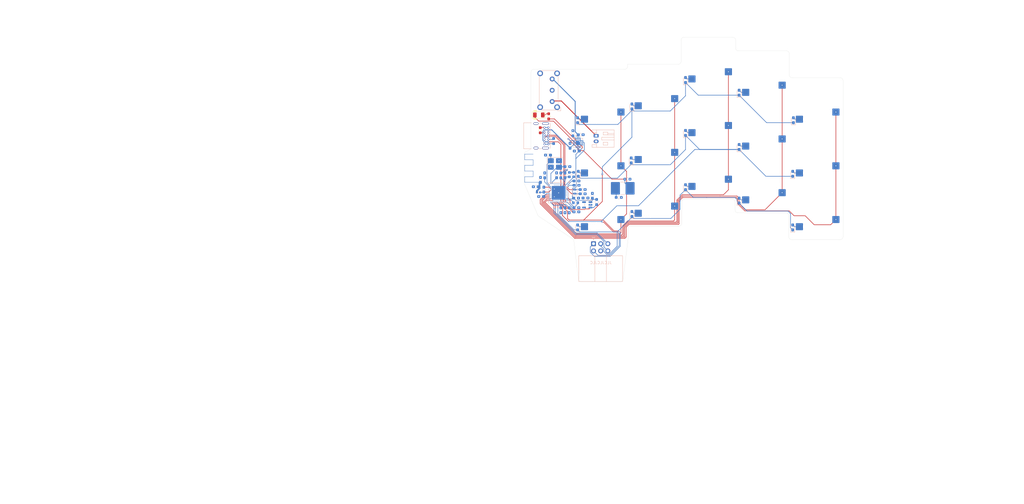
<source format=kicad_pcb>
(kicad_pcb (version 20241229) (generator "pcbnew") (generator_version "9.0")
  (layers (0 "F.Cu" signal) (4 "In1.Cu" signal) (6 "In2.Cu" signal) (2 "B.Cu" signal) (13 "F.Paste" user) (15 "B.Paste" user) (5 "F.SilkS" user "F.Silkscreen") (7 "B.SilkS" user "B.Silkscreen") (1 "F.Mask" user) (3 "B.Mask" user) (25 "Edge.Cuts" user))
  (net 0 "")
  (net 1 "VBUS")
  (net 2 "VBAT")
  (net 3 "VDDH")
  (net 4 "ANT")
  (net 5 "RF")
  (net 6 "VDD_NRF")
  (net 7 "EXT_VCC")
  (net 8 "ROW0")
  (net 9 "ROW1")
  (net 10 "ROW2")
  (net 11 "BAT+")
  (net 12 "D+")
  (net 13 "D-")
  (net 14 "POWER_PIN")
  (net 15 "COL0")
  (net 16 "COL1")
  (net 17 "COL2")
  (net 18 "COL3")
  (net 19 "COL4")
  (net 20 "COL5")
  (net 21 "COL6")
  (net 22 "Net-(U4-XC1)")
  (net 23 "Net-(U4-XC2)")
  (net 24 "Net-(U4-DEC1)")
  (net 25 "Net-(U4-DEC3)")
  (net 26 "Net-(U4-DEC5)")
  (net 27 "Net-(U4-DECUSB)")
  (net 28 "Net-(U4-DEC4)")
  (net 29 "Net-(U4-XL1{slash}P0.00)")
  (net 30 "Net-(U4-XL2{slash}P0.01)")
  (net 31 "Net-(D22-A)")
  (net 32 "Net-(D23-A)")
  (net 33 "Net-(D24-A)")
  (net 34 "Net-(D25-A)")
  (net 35 "Net-(D26-A)")
  (net 36 "Net-(D27-A)")
  (net 37 "Net-(D28-A)")
  (net 38 "Net-(D29-A)")
  (net 39 "Net-(D30-A)")
  (net 40 "Net-(D31-A)")
  (net 41 "Net-(D32-A)")
  (net 42 "Net-(D33-A)")
  (net 43 "Net-(D34-A)")
  (net 44 "Net-(D35-A)")
  (net 45 "Net-(D36-A)")
  (net 51 "Net-(J4-CC2)")
  (net 53 "Net-(J4-CC1)")
  (net 54 "Net-(L5-Pad2)")
  (net 55 "Net-(U4-DCC)")
  (net 56 "Net-(U4-DCCH)")
  (net 57 "Net-(LED2-A)")
  (net 58 "Net-(LED2-K)")
  (net 59 "Net-(R8-Pad2)")
  (net 60 "Net-(U6-ISET)")
  (net 61 "Net-(U6-TS)")
  (net 105 "L_BAT-")
  (footprint "Resistor_SMD:R_0603_1608Metric_Pad0.98x0.95mm_HandSolder" (layer "F.Cu") (at 216.5 79.6625 90)
    (property "Reference" "R14" (hide yes))
    (property "Value" "5.1k" (hide yes))
  )
  (footprint "PCM_LED_SMD_AKL:LED_1206_3216Metric" (layer "F.Cu") (at 216 74.25)
    (property "Reference" "LED2" (hide yes))
    (property "Value" "Charge_LED" (hide yes))
  )
  (footprint "Resistor_SMD:R_0603_1608Metric_Pad0.98x0.95mm_HandSolder" (layer "F.Cu") (at 219.5 74.7375 -90)
    (property "Reference" "R12" (hide yes))
    (property "Value" "10k" (hide yes))
  )
  (footprint "Resistor_SMD:R_0603_1608Metric_Pad0.98x0.95mm_HandSolder" (layer "B.Cu") (at 228.075 80.725 90)
    (property "Reference" "R11" (hide yes))
    (property "Value" "10k" (hide yes))
  )
  (footprint "MX_Hotswap:MX-Hotswap-1U" (layer "B.Cu") (at 295.175 99.255393)
    (property "Reference" "SW29")
    (property "Value" "MX HotSwap")
  )
  (footprint "MX_Hotswap:MX-Hotswap-1U" (layer "B.Cu") (at 257.075 65.917893)
    (property "Reference" "SW33")
    (property "Value" "MX HotSwap")
  )
  (footprint "Crystal:Crystal_SMD_2012-2Pin_2.0x1.2mm" (layer "B.Cu") (at 228.75 101.425 90)
    (property "Reference" "X2" (hide yes))
    (property "Value" "32.768kHz" (hide yes))
  )
  (footprint "Capacitor_SMD:C_0603_1608Metric_Pad1.08x0.95mm_HandSolder" (layer "B.Cu") (at 225.275 108.025 -90)
    (property "Reference" "C27" (hide yes))
    (property "Value" "100nF" (hide yes))
  )
  (footprint "Capacitor_SMD:C_0603_1608Metric_Pad1.08x0.95mm_HandSolder" (layer "B.Cu") (at 231.5375 102.2 180)
    (property "Reference" "C42" (hide yes))
    (property "Value" "12pF" (hide yes))
  )
  (footprint "Capacitor_SMD:C_0603_1608Metric_Pad1.08x0.95mm_HandSolder" (layer "B.Cu") (at 225.275 95.675 90)
    (property "Reference" "C40" (hide yes))
    (property "Value" "47nF" (hide yes))
  )
  (footprint "Diode_SMD:D_0603_1608Metric_Pad1.05x0.95mm_HandSolder" (layer "B.Cu") (at 306 114.117893 90)
    (property "Reference" "D24" (hide yes))
    (property "Value" "D" (hide yes))
  )
  (footprint "MX_Hotswap:MX-Hotswap-1U" (layer "B.Cu") (at 295.175 80.205393)
    (property "Reference" "SW28")
    (property "Value" "MX HotSwap")
  )
  (footprint "MX_Hotswap:MX-Hotswap-1U" (layer "B.Cu") (at 295.175 61.155393)
    (property "Reference" "SW27")
    (property "Value" "MX HotSwap")
  )
  (footprint "Connector_USB:USB_C_Receptacle_GCT_USB4085" (layer "B.Cu") (at 219.355 84.625 90)
    (property "Reference" "J4" (hide yes))
    (property "Value" "USB_C_Receptacle_USB2.0_16P" (hide yes))
  )
  (footprint "Capacitor_SMD:C_0603_1608Metric_Pad1.08x0.95mm_HandSolder" (layer "B.Cu") (at 216.8375 103.175)
    (property "Reference" "C35" (hide yes))
    (property "Value" "820pF" (hide yes))
  )
  (footprint "Capacitor_SMD:C_0603_1608Metric_Pad1.08x0.95mm_HandSolder" (layer "B.Cu") (at 223.8 95.6875 90)
    (property "Reference" "C39" (hide yes))
    (property "Value" "1uF" (hide yes))
  )
  (footprint "MX_Hotswap:MX-Hotswap-1U" (layer "B.Cu") (at 314.225 108.780393)
    (property "Reference" "SW26")
    (property "Value" "MX HotSwap")
  )
  (footprint "Diode_SMD:D_0603_1608Metric_Pad1.05x0.95mm_HandSolder" (layer "B.Cu") (at 268 99.867893 90)
    (property "Reference" "D30" (hide yes))
    (property "Value" "D" (hide yes))
  )
  (footprint "Diode_SMD:D_0603_1608Metric_Pad1.05x0.95mm_HandSolder" (layer "B.Cu") (at 229.75 76.117893 90)
    (property "Reference" "D34" (hide yes))
    (property "Value" "D" (hide yes))
  )
  (footprint "Capacitor_SMD:C_0603_1608Metric_Pad1.08x0.95mm_HandSolder" (layer "B.Cu") (at 222.3 95.65 90)
    (property "Reference" "C28" (hide yes))
    (property "Value" "100nF" (hide yes))
  )
  (footprint "Diode_SMD:D_0603_1608Metric_Pad1.05x0.95mm_HandSolder" (layer "B.Cu") (at 249 71.242893 90)
    (property "Reference" "D31" (hide yes))
    (property "Value" "D" (hide yes))
  )
  (footprint "MX_Hotswap:MX-Hotswap-1U" (layer "B.Cu") (at 238.025 89.730393)
    (property "Reference" "SW37")
    (property "Value" "MX HotSwap")
  )
  (footprint "Connector_JST:JST_PH_S2B-PH-K_1x02_P2.00mm_Horizontal" (layer "B.Cu") (at 236.325 81.625 -90)
    (property "Reference" "J3" (hide yes))
    (property "Value" "Bat" (hide yes))
  )
  (footprint "Diode_SMD:D_0603_1608Metric_Pad1.05x0.95mm_HandSolder" (layer "B.Cu") (at 268 61.867893 90)
    (property "Reference" "D28" (hide yes))
    (property "Value" "D" (hide yes))
  )
  (footprint "Diode_SMD:D_0603_1608Metric_Pad1.05x0.95mm_HandSolder" (layer "B.Cu") (at 248.75 90.367893 90)
    (property "Reference" "D32" (hide yes))
    (property "Value" "D" (hide yes))
  )
  (footprint "Package_DFN_QFN:VQFN-16-1EP_3x3mm_P0.5mm_EP1.6x1.6mm" (layer "B.Cu") (at 229.95 84.125 -90)
    (property "Reference" "U6" (hide yes))
    (property "Value" "BQ24075RGT" (hide yes))
  )
  (footprint "Capacitor_SMD:C_0603_1608Metric_Pad1.08x0.95mm_HandSolder" (layer "B.Cu") (at 234.9875 102.925 90)
    (property "Reference" "C43" (hide yes))
    (property "Value" "10uF" (hide yes))
  )
  (footprint "MX_Hotswap:MX-Hotswap-1U" (layer "B.Cu") (at 276.125 56.392893)
    (property "Reference" "SW30")
    (property "Value" "MX HotSwap")
  )
  (footprint "Inductor_SMD:L_0603_1608Metric" (layer "B.Cu") (at 228.36 95.3875 -90)
    (property "Reference" "L6" (hide yes))
    (property "Value" "10uH" (hide yes))
  )
  (footprint "Resistor_SMD:R_0603_1608Metric_Pad0.98x0.95mm_HandSolder" (layer "B.Cu") (at 244.3375 103.49 180)
    (property "Reference" "R8" (hide yes))
    (property "Value" "2k" (hide yes))
  )
  (footprint "Crystal:Crystal_SMD_3225-4Pin_3.2x2.5mm_HandSoldering" (layer "B.Cu") (at 221.7 91.625)
    (property "Reference" "Y2" (hide yes))
    (property "Value" "32Mhz" (hide yes))
  )
  (footprint "Diode_SMD:D_0603_1608Metric_Pad1.05x0.95mm_HandSolder" (layer "B.Cu") (at 287 66.367893 90)
    (property "Reference" "D25" (hide yes))
    (property "Value" "D" (hide yes))
  )
  (footprint "Button_Switch_THT:SW_E-Switch_EG1224_SPDT_Angled" (layer "B.Cu") (at 220.7325 69.5 90)
    (property "Reference" "SW23" (hide yes))
    (property "Value" "Power_Switch" (hide yes))
  )
  (footprint "Inductor_SMD:L_0603_1608Metric" (layer "B.Cu") (at 226.825 95.4125 90)
    (property "Reference" "L5" (hide yes))
    (property "Value" "15nH" (hide yes))
  )
  (footprint "MX_Hotswap:MX-Hotswap-1U" (layer "B.Cu") (at 257.075 104.017893)
    (property "Reference" "SW35")
    (property "Value" "MX HotSwap")
  )
  (footprint "Capacitor_SMD:C_0603_1608Metric_Pad1.08x0.95mm_HandSolder" (layer "B.Cu") (at 229.4625 87.0375)
    (property "Reference" "C46" (hide yes))
    (property "Value" "4.7uF" (hide yes))
  )
  (footprint "Capacitor_SMD:C_0603_1608Metric_Pad1.08x0.95mm_HandSolder" (layer "B.Cu") (at 226.775 108.0375 -90)
    (property "Reference" "C26" (hide yes))
    (property "Value" "1uf" (hide yes))
  )
  (footprint "Resistor_SMD:R_2816_7142Metric_Pad3.20x4.45mm_HandSolder" (layer "B.Cu") (at 245.75 100.25 180)
    (property "Reference" "TP2" (hide yes))
    (property "Value" "Charge Boost" (hide yes))
  )
  (footprint "MX_Hotswap:MX-Hotswap-1U" (layer "B.Cu") (at 257.075 84.967893)
    (property "Reference" "SW34")
    (property "Value" "MX HotSwap")
  )
  (footprint "Diode_SMD:D_0603_1608Metric_Pad1.05x0.95mm_HandSolder" (layer "B.Cu") (at 306 95.117893 90)
    (property "Reference" "D23" (hide yes))
    (property "Value" "D" (hide yes))
  )
  (footprint "Capacitor_SMD:C_0603_1608Metric_Pad1.08x0.95mm_HandSolder" (layer "B.Cu") (at 217.8 100.7125 90)
    (property "Reference" "C48" (hide yes))
    (property "Value" "0.8pF" (hide yes))
  )
  (footprint "MX_Hotswap:MX-Hotswap-1U" (layer "B.Cu") (at 314.225 70.680393)
    (property "Reference" "SW24")
    (property "Value" "MX HotSwap")
  )
  (footprint "Capacitor_SMD:C_0603_1608Metric_Pad1.08x0.95mm_HandSolder" (layer "B.Cu") (at 230.8375 81.2625)
    (property "Reference" "C47" (hide yes))
    (property "Value" "4.7uF" (hide yes))
  )
  (footprint "Package_TO_SOT_SMD:SOT-23-5" (layer "B.Cu") (at 233.175 106.1125 180)
    (property "Reference" "U5" (hide yes))
    (property "Value" "XC6220B331MR" (hide yes))
  )
  (footprint "Resistor_SMD:R_0603_1608Metric_Pad0.98x0.95mm_HandSolder" (layer "B.Cu") (at 236.5 105.1125 -90)
    (property "Reference" "R10" (hide yes))
    (property "Value" "10M" (hide yes))
  )
  (footprint "Diode_SMD:D_0603_1608Metric_Pad1.05x0.95mm_HandSolder" (layer "B.Cu") (at 287 104.617893 90)
    (property "Reference" "D27" (hide yes))
    (property "Value" "D" (hide yes))
  )
  (footprint "Inductor_SMD:L_0402_1005Metric_Pad0.77x0.64mm_HandSolder" (layer "B.Cu") (at 215.9025 101.7 180)
    (property "Reference" "L8" (hide yes))
    (property "Value" "4.7nH" (hide yes))
  )
  (footprint "Capacitor_SMD:C_0603_1608Metric_Pad1.08x0.95mm_HandSolder" (layer "B.Cu") (at 218.1 95.6625 -90)
    (property "Reference" "C34" (hide yes))
    (property "Value" "100pF" (hide yes))
  )
  (footprint "Capacitor_SMD:C_0603_1608Metric_Pad1.08x0.95mm_HandSolder" (layer "B.Cu") (at 229.3125 108.6)
    (property "Reference" "C38" (hide yes))
    (property "Value" "4.7uF" (hide yes))
  )
  (footprint "Capacitor_SMD:C_0603_1608Metric_Pad1.08x0.95mm_HandSolder" (layer "B.Cu") (at 226.1125 92.575)
    (property "Reference" "C32" (hide yes))
    (property "Value" "12pF" (hide yes))
  )
  (footprint "Capacitor_SMD:C_0603_1608Metric_Pad1.08x0.95mm_HandSolder" (layer "B.Cu") (at 227.075 85.15 -90)
    (property "Reference" "C44" (hide yes))
    (property "Value" "1uF" (hide yes))
  )
  (footprint "MX_Hotswap:MX-Hotswap-1U" (layer "B.Cu") (at 276.125 75.442893)
    (property "Reference" "SW31")
    (property "Value" "MX HotSwap")
  )
  (footprint "Diode_SMD:D_0603_1608Metric_Pad1.05x0.95mm_HandSolder" (layer "B.Cu") (at 249 109.367893 90)
    (property "Reference" "D33" (hide yes))
    (property "Value" "D" (hide yes))
  )
  (footprint "Capacitor_SMD:C_0603_1608Metric_Pad1.08x0.95mm_HandSolder" (layer "B.Cu") (at 229.2125 103.725 180)
    (property "Reference" "C37" (hide yes))
    (property "Value" "4.7uF" (hide yes))
  )
  (footprint "Diode_SMD:D_0603_1608Metric_Pad1.05x0.95mm_HandSolder" (layer "B.Cu") (at 287 85.617893 90)
    (property "Reference" "D26" (hide yes))
    (property "Value" "D" (hide yes))
  )
  (footprint "MX_Hotswap:MX-Hotswap-1U" (layer "B.Cu") (at 238.025 70.680393)
    (property "Reference" "SW36")
    (property "Value" "MX HotSwap")
  )
  (footprint "MX_Hotswap:MX-Hotswap-1U" (layer "B.Cu") (at 314.225 89.730393)
    (property "Reference" "SW25")
    (property "Value" "MX HotSwap")
  )
  (footprint "Diode_SMD:D_0603_1608Metric_Pad1.05x0.95mm_HandSolder" (layer "B.Cu") (at 268 80.617893 90)
    (property "Reference" "D29" (hide yes))
    (property "Value" "D" (hide yes))
  )
  (footprint "Resistor_SMD:R_0603_1608Metric_Pad0.98x0.95mm_HandSolder" (layer "B.Cu") (at 247.4125 97)
    (property "Reference" "R9" (hide yes))
    (property "Value" "10k" (hide yes))
  )
  (footprint "Inductor_SMD:L_0603_1608Metric" (layer "B.Cu") (at 229.0375 105.375)
    (property "Reference" "L7" (hide yes))
    (property "Value" "10uH" (hide yes))
  )
  (footprint "Connector_IDC:IDC-Header_2x03_P2.54mm_Horizontal" (layer "B.Cu") (at 235.395 119.9 -90)
    (property "Reference" "J6" (hide yes))
    (property "Value" "MAIN_CONN" (hide yes))
  )
  (footprint "Capacitor_SMD:C_0603_1608Metric_Pad1.08x0.95mm_HandSolder" (layer "B.Cu") (at 229.3625 99.175 180)
    (property "Reference" "C33" (hide yes))
    (property "Value" "100pF" (hide yes))
  )
  (footprint "Capacitor_SMD:C_0603_1608Metric_Pad1.08x0.95mm_HandSolder" (layer "B.Cu") (at 216.6 97.2625 90)
    (property "Reference" "C50" (hide yes))
    (property "Value" "N.C." (hide yes))
  )
  (footprint "MX_Hotswap:MX-Hotswap-1U" (layer "B.Cu") (at 238.025 108.780393)
    (property "Reference" "SW38")
    (property "Value" "MX HotSwap")
  )
  (footprint "Diode_SMD:D_0603_1608Metric_Pad1.05x0.95mm_HandSolder" (layer "B.Cu") (at 230 95.117893 90)
    (property "Reference" "D35" (hide yes))
    (property "Value" "D" (hide yes))
  )
  (footprint "Package_DFN_QFN:Nordic_AQFN-73-1EP_7x7mm_P0.5mm" (layer "B.Cu") (at 223.025 101.85 180)
    (property "Reference" "U4" (hide yes))
    (property "Value" "nRF52840" (hide yes))
  )
  (footprint "MX_Hotswap:MX-Hotswap-1U" (layer "B.Cu") (at 276.125 94.492893)
    (property "Reference" "SW32")
    (property "Value" "MX HotSwap")
  )
  (footprint "Diode_SMD:D_0603_1608Metric_Pad1.05x0.95mm_HandSolder" (layer "B.Cu") (at 229.75 114.117893 90)
    (property "Reference" "D36" (hide yes))
    (property "Value" "D" (hide yes))
  )
  (footprint "Capacitor_SMD:C_0603_1608Metric_Pad1.08x0.95mm_HandSolder" (layer "B.Cu") (at 232.5375 103.6875)
    (property "Reference" "C45" (hide yes))
    (property "Value" "4.7uF" (hide yes))
  )
  (footprint "Capacitor_SMD:C_0603_1608Metric_Pad1.08x0.95mm_HandSolder" (layer "B.Cu") (at 229.3125 107.125)
    (property "Reference" "C30" (hide yes))
    (property "Value" "4.7uF" (hide yes))
  )
  (footprint "Capacitor_SMD:C_0603_1608Metric_Pad1.08x0.95mm_HandSolder" (layer "B.Cu") (at 231.5375 100.7 180)
    (property "Reference" "C41" (hide yes))
    (property "Value" "12pF" (hide yes))
  )
  (footprint "Capacitor_SMD:C_0603_1608Metric_Pad1.08x0.95mm_HandSolder" (layer "B.Cu") (at 223.775 108.0375 90)
    (property "Reference" "C36" (hide yes))
    (property "Value" "4.7uF" (hide yes))
  )
  (footprint "Diode_SMD:D_0603_1608Metric_Pad1.05x0.95mm_HandSolder" (layer "B.Cu") (at 306.25 76.117893 90)
    (property "Reference" "D22" (hide yes))
    (property "Value" "D" (hide yes))
  )
  (footprint "Capacitor_SMD:C_0603_1608Metric_Pad1.08x0.95mm_HandSolder" (layer "B.Cu") (at 214.9375 99.7 180)
    (property "Reference" "C49" (hide yes))
    (property "Value" "0.5pF" (hide yes))
  )
  (footprint "Capacitor_SMD:C_0603_1608Metric_Pad1.08x0.95mm_HandSolder" (layer "B.Cu") (at 229.3375 97.65)
    (property "Reference" "C29" (hide yes))
    (property "Value" "100nF" (hide yes))
  )
  (footprint "Capacitor_SMD:C_0603_1608Metric_Pad1.08x0.95mm_HandSolder" (layer "B.Cu") (at 219.2625 88.475 180)
    (property "Reference" "C31" (hide yes))
    (property "Value" "12pF" (hide yes))
  )
  (footprint "Resistor_SMD:R_0603_1608Metric_Pad0.98x0.95mm_HandSolder" (layer "B.Cu") (at 221.25 83.5 -90)
    (property "Reference" "R13" (hide yes))
    (property "Value" "5.1k" (hide yes))
  )
  (gr_line (start 227.989547 118.161433) (end 215.998847 110.183462) (stroke (width 0.05)) (layer "Edge.Cuts"))
  (gr_line (start 323.85 62.067893) (end 323.85 117.417893) (stroke (width 0.05)) (layer "Edge.Cuts"))
  (gr_line (start 244.867584 133.367893) (end 231.014771 133.367893) (stroke (width 0.05)) (layer "Edge.Cuts"))
  (gr_arc (start 305.8 61.067893) (mid 305.092893 60.775) (end 304.8 60.067893) (stroke (width 0.05)) (layer "Edge.Cuts"))
  (gr_line (start 247.617227 118.479872) (end 245.859811 132.492336) (stroke (width 0.05)) (layer "Edge.Cuts"))
  (gr_line (start 247.45 57.067893) (end 247.45 56.292893) (stroke (width 0.05)) (layer "Edge.Cuts"))
  (gr_arc (start 247.625 118.355429) (mid 247.623057 118.417772) (end 247.617227 118.479872) (stroke (width 0.05)) (layer "Edge.Cuts"))
  (gr_arc (start 266.675 105.117893) (mid 266.967893 104.410786) (end 267.675 104.117893) (stroke (width 0.05)) (layer "Edge.Cuts"))
  (gr_line (start 230.021553 132.484156) (end 228.428827 118.877728) (stroke (width 0.05)) (layer "Edge.Cuts"))
  (gr_arc (start 266.675 112.642893) (mid 266.382107 113.35) (end 265.675 113.642893) (stroke (width 0.05)) (layer "Edge.Cuts"))
  (gr_arc (start 210.775 88.230323) (mid 210.922237 87.708066) (end 211.32053 87.339561) (stroke (width 0.05)) (layer "Edge.Cuts"))
  (gr_arc (start 284.775 46.717893) (mid 285.482107 47.010786) (end 285.775 47.717893) (stroke (width 0.05)) (layer "Edge.Cuts"))
  (gr_line (start 284.55 104.117893) (end 267.675 104.117893) (stroke (width 0.05)) (layer "Edge.Cuts"))
  (gr_arc (start 227.989547 118.161433) (mid 228.28807 118.471204) (end 228.428827 118.877728) (stroke (width 0.05)) (layer "Edge.Cuts"))
  (gr_arc (start 247.45 57.067893) (mid 247.157107 57.775) (end 246.45 58.067893) (stroke (width 0.05)) (layer "Edge.Cuts"))
  (gr_line (start 215.632828 109.742921) (end 210.855042 98.53073) (stroke (width 0.05)) (layer "Edge.Cuts"))
  (gr_arc (start 245.859811 132.492336) (mid 245.529231 133.117702) (end 244.867584 133.367893) (stroke (width 0.05)) (layer "Edge.Cuts"))
  (gr_line (start 286.775 51.542893) (end 303.8 51.542893) (stroke (width 0.05)) (layer "Edge.Cuts"))
  (gr_arc (start 213.225 59.067893) (mid 213.517893 58.360786) (end 214.225 58.067893) (stroke (width 0.05)) (layer "Edge.Cuts"))
  (gr_arc (start 305.6 118.417893) (mid 304.892893 118.125) (end 304.6 117.417893) (stroke (width 0.05)) (layer "Edge.Cuts"))
  (gr_line (start 213.225 85.755462) (end 213.225 77.067893) (stroke (width 0.05)) (layer "Edge.Cuts"))
  (gr_arc (start 213.225 85.755462) (mid 213.077793 86.277743) (end 212.67947 86.646224) (stroke (width 0.05)) (layer "Edge.Cuts"))
  (gr_line (start 211.32053 87.339561) (end 212.67947 86.646224) (stroke (width 0.05)) (layer "Edge.Cuts"))
  (gr_arc (start 266.425 55.292893) (mid 266.132107 56) (end 265.425 56.292893) (stroke (width 0.05)) (layer "Edge.Cuts"))
  (gr_line (start 267.425 46.717893) (end 284.775 46.717893) (stroke (width 0.05)) (layer "Edge.Cuts"))
  (gr_line (start 266.425 55.292893) (end 266.425 47.717893) (stroke (width 0.05)) (layer "Edge.Cuts"))
  (gr_line (start 304.8 52.542893) (end 304.8 60.067893) (stroke (width 0.05)) (layer "Edge.Cuts"))
  (gr_arc (start 323.85 117.417893) (mid 323.557107 118.125) (end 322.85 118.417893) (stroke (width 0.05)) (layer "Edge.Cuts"))
  (gr_arc (start 303.6 108.917893) (mid 304.307107 109.210786) (end 304.6 109.917893) (stroke (width 0.05)) (layer "Edge.Cuts"))
  (gr_line (start 210.775 98.138713) (end 210.775 88.230323) (stroke (width 0.05)) (layer "Edge.Cuts"))
  (gr_arc (start 231.014771 133.367893) (mid 230.349998 133.115001) (end 230.021553 132.484156) (stroke (width 0.05)) (layer "Edge.Cuts"))
  (gr_arc (start 215.998847 110.183462) (mid 215.783623 109.989956) (end 215.632828 109.742921) (stroke (width 0.05)) (layer "Edge.Cuts"))
  (gr_line (start 303.6 108.917893) (end 286.55 108.917893) (stroke (width 0.05)) (layer "Edge.Cuts"))
  (gr_line (start 247.625 114.642893) (end 247.625 118.355429) (stroke (width 0.05)) (layer "Edge.Cuts"))
  (gr_line (start 304.6 117.417893) (end 304.6 109.917893) (stroke (width 0.05)) (layer "Edge.Cuts"))
  (gr_arc (start 322.85 61.067893) (mid 323.557107 61.360786) (end 323.85 62.067893) (stroke (width 0.05)) (layer "Edge.Cuts"))
  (gr_line (start 214.225 58.067893) (end 246.45 58.067893) (stroke (width 0.05)) (layer "Edge.Cuts"))
  (gr_line (start 285.55 107.917893) (end 285.55 105.117893) (stroke (width 0.05)) (layer "Edge.Cuts"))
  (gr_arc (start 210.855042 98.53073) (mid 210.795223 98.338764) (end 210.775 98.138713) (stroke (width 0.05)) (layer "Edge.Cuts"))
  (gr_arc (start 266.425 47.717893) (mid 266.717893 47.010786) (end 267.425 46.717893) (stroke (width 0.05)) (layer "Edge.Cuts"))
  (gr_line (start 265.675 113.642893) (end 248.625 113.642893) (stroke (width 0.05)) (layer "Edge.Cuts"))
  (gr_line (start 213.225 77.067893) (end 213.225 59.067893) (stroke (width 0.05)) (layer "Edge.Cuts"))
  (gr_line (start 285.775 47.717893) (end 285.775 50.542893) (stroke (width 0.05)) (layer "Edge.Cuts"))
  (gr_line (start 305.8 61.067893) (end 322.85 61.067893) (stroke (width 0.05)) (layer "Edge.Cuts"))
  (gr_line (start 247.45 56.292893) (end 265.425 56.292893) (stroke (width 0.05)) (layer "Edge.Cuts"))
  (gr_arc (start 247.625 114.642893) (mid 247.917893 113.935786) (end 248.625 113.642893) (stroke (width 0.05)) (layer "Edge.Cuts"))
  (gr_arc (start 303.8 51.542893) (mid 304.507107 51.835786) (end 304.8 52.542893) (stroke (width 0.05)) (layer "Edge.Cuts"))
  (gr_arc (start 286.775 51.542893) (mid 286.067893 51.25) (end 285.775 50.542893) (stroke (width 0.05)) (layer "Edge.Cuts"))
  (gr_line (start 322.85 118.417893) (end 305.6 118.417893) (stroke (width 0.05)) (layer "Edge.Cuts"))
  (gr_arc (start 286.55 108.917893) (mid 285.842893 108.625) (end 285.55 107.917893) (stroke (width 0.05)) (layer "Edge.Cuts"))
  (gr_arc (start 284.55 104.117893) (mid 285.257107 104.410786) (end 285.55 105.117893) (stroke (width 0.05)) (layer "Edge.Cuts"))
  (gr_line (start 266.675 105.117893) (end 266.675 112.642893) (stroke (width 0.05)) (layer "Edge.Cuts"))
  (gr_text "JLCJLCJLC" (at 241.9 127.2 0) (layer "B.SilkS") (effects (font (size 1 1) (thickness 0.1)) (justify left bottom mirror)))
  (segment (start 223.82 105.5108) (end 225.178 106.8688) (width 0.2) (layer "F.Cu") (net 1))
  (segment (start 219.355 83.775) (end 222.9 83.775) (width 0.2) (layer "F.Cu") (net 1))
  (segment (start 225.7406 107.4635) (end 226.7135 107.4635) (width 0.2) (layer "F.Cu") (net 1))
  (segment (start 223.82 84.695) (end 223.82 105.5108) (width 0.2) (layer "F.Cu") (net 1))
  (segment (start 225.178 106.9009) (end 225.7406 107.4635) (width 0.2) (layer "F.Cu") (net 1))
  (segment (start 225.178 106.8688) (end 225.178 106.9009) (width 0.2) (layer "F.Cu") (net 1))
  (segment (start 226.7135 107.4635) (end 227.85 108.6) (width 0.2) (layer "F.Cu") (net 1))
  (segment (start 227.85 108.6) (end 228.45 108.6) (width 0.2) (layer "F.Cu") (net 1))
  (segment (start 222.9 83.775) (end 223.82 84.695) (width 0.2) (layer "F.Cu") (net 1))
  (via (at 228.45 108.6) (size 0.6) (drill 0.3) (layers "F.Cu" "B.Cu") (net 1))
  (segment (start 220.5875 79.525) (end 227.075 86.0125) (width 0.3) (layer "B.Cu") (net 1))
  (segment (start 217.354 83.194654) (end 217.354 80.105346) (width 0.2) (layer "B.Cu") (net 1))
  (segment (start 217.934346 83.775) (end 217.354 83.194654) (width 0.2) (layer "B.Cu") (net 1))
  (segment (start 228.2125 84.875) (end 227.075 86.0125) (width 0.2) (layer "B.Cu") (net 1))
  (segment (start 226.005634 105.1) (end 227.6 106.694366) (width 0.2) (layer "B.Cu") (net 1))
  (segment (start 225.775 105.1) (end 226.005634 105.1) (width 0.2) (layer "B.Cu") (net 1))
  (segment (start 218.005 83.775) (end 217.934346 83.775) (width 0.2) (layer "B.Cu") (net 1))
  (segment (start 217.354 80.105346) (end 217.934346 79.525) (width 0.2) (layer "B.Cu") (net 1))
  (segment (start 227.6 107.75) (end 228.45 108.6) (width 0.2) (layer "B.Cu") (net 1))
  (segment (start 217.934346 79.525) (end 218.005 79.525) (width 0.2) (layer "B.Cu") (net 1))
  (segment (start 227.6 106.694366) (end 227.6 107.75) (width 0.2) (layer "B.Cu") (net 1))
  (segment (start 219.355 79.525) (end 218.005 79.525) (width 0.3) (layer "B.Cu") (net 1))
  (segment (start 228.5125 84.875) (end 228.2125 84.875) (width 0.2) (layer "B.Cu") (net 1))
  (segment (start 219.355 79.525) (end 220.5875 79.525) (width 0.3) (layer "B.Cu") (net 1))
  (segment (start 219.355 83.775) (end 218.005 83.775) (width 0.3) (layer "B.Cu") (net 1))
  (segment (start 228.901 80.1885) (end 229.975 81.2625) (width 0.3) (layer "B.Cu") (net 2))
  (segment (start 230.2 82.6875) (end 230.2 81.4875) (width 0.2) (layer "B.Cu") (net 2))
  (segment (start 220.95 61.5) (end 228.901 69.451) (width 0.3) (layer "B.Cu") (net 2))
  (segment (start 230.2 81.4875) (end 229.975 81.2625) (width 0.2) (layer "B.Cu") (net 2))
  (segment (start 229.7 82.6875) (end 229.7 81.5375) (width 0.2) (layer "B.Cu") (net 2))
  (segment (start 229.7 81.5375) (end 229.975 81.2625) (width 0.2) (layer "B.Cu") (net 2))
  (segment (start 220.7325 61.5) (end 220.95 61.5) (width 0.3) (layer "B.Cu") (net 2))
  (segment (start 228.901 69.451) (end 228.901 80.1885) (width 0.3) (layer "B.Cu") (net 2))
  (segment (start 231.45 85.56) (end 221.54 75.65) (width 0.2) (layer "F.Cu") (net 3))
  (segment (start 221.54 75.65) (end 219.5 75.65) (width 0.2) (layer "F.Cu") (net 3))
  (segment (start 231.16 86.2) (end 231.45 85.91) (width 0.2) (layer "F.Cu") (net 3))
  (segment (start 231.45 85.91) (end 231.45 85.56) (width 0.2) (layer "F.Cu") (net 3))
  (via (at 231.16 86.2) (size 0.25) (drill 0.15) (layers "F.Cu" "B.Cu") (net 3))
  (segment (start 234.9875 103.7875) (end 234.9875 104.4875) (width 0.2) (layer "B.Cu") (net 3))
  (segment (start 227.899 100.384032) (end 227.899 103.274) (width 0.2) (layer "B.Cu") (net 3))
  (segment (start 229.7 86.4125) (end 230.325 87.0375) (width 0.2) (layer "B.Cu") (net 3))
  (segment (start 231.840798 83.875) (end 232.126 84.160202) (width 0.2) (layer "B.Cu") (net 3))
  (segment (start 228.049 104.026) (end 226.053455 104.026) (width 0.2) (layer "B.Cu") (net 3))
  (segment (start 226.053455 104.026) (end 225.877455 103.85) (width 0.2) (layer "B.Cu") (net 3))
  (segment (start 235.4 104.2) (end 234.9875 103.7875) (width 0.2) (layer "B.Cu") (net 3))
  (segment (start 230.9125 86.45) (end 230.325 87.0375) (width 0.2) (layer "B.Cu") (net 3))
  (segment (start 229.136 96.6151) (end 229.3385 96.8176) (width 0.2) (layer "B.Cu") (net 3))
  (segment (start 227.899 103.274) (end 228.35 103.725) (width 0.2) (layer "B.Cu") (net 3))
  (segment (start 229.1865 104.5615) (end 234.2135 104.5615) (width 0.2) (layer "B.Cu") (net 3))
  (segment (start 234.2135 104.5615) (end 234.9875 103.7875) (width 0.2) (layer "B.Cu") (net 3))
  (segment (start 228.159032 100.124) (end 227.899 100.384032) (width 0.2) (layer "B.Cu") (net 3))
  (segment (start 229.3385 99.642134) (end 228.856634 100.124) (width 0.2) (layer "B.Cu") (net 3))
  (segment (start 230.2 86.9125) (end 230.325 87.0375) (width 0.2) (layer "B.Cu") (net 3))
  (segment (start 231.16 86.2) (end 230.9125 86.4475) (width 0.2) (layer "B.Cu") (net 3))
  (segment (start 236.5 104.2) (end 235.4 104.2) (width 0.2) (layer "B.Cu") (net 3))
  (segment (start 229.3385 96.8176) (end 229.3385 99.642134) (width 0.2) (layer "B.Cu") (net 3))
  (segment (start 228.35 103.725) (end 229.1865 104.5615) (width 0.2) (layer "B.Cu") (net 3))
  (segment (start 228.35 103.725) (end 228.049 104.026) (width 0.2) (layer "B.Cu") (net 3))
  (segment (start 229.136 89.725) (end 229.136 96.6151) (width 0.2) (layer "B.Cu") (net 3))
  (segment (start 232.126 84.160202) (end 232.126 86.735) (width 0.2) (layer "B.Cu") (net 3))
  (segment (start 229.136 88.2265) (end 229.136 89.725) (width 0.2) (layer "B.Cu") (net 3))
  (segment (start 229.7 85.5625) (end 229.7 86.4125) (width 0.2) (layer "B.Cu") (net 3))
  (segment (start 231.3875 83.875) (end 231.840798 83.875) (width 0.2) (layer "B.Cu") (net 3))
  (segment (start 230.325 87.0375) (end 229.136 88.2265) (width 0.2) (layer "B.Cu") (net 3))
  (segment (start 225.877455 103.85) (end 225.775 103.85) (width 0.2) (layer "B.Cu") (net 3))
  (segment (start 230.9125 86.4475) (end 230.9125 86.45) (width 0.2) (layer "B.Cu") (net 3))
  (segment (start 234.9875 104.4875) (end 234.3125 105.1625) (width 0.2) (layer "B.Cu") (net 3))
  (segment (start 228.856634 100.124) (end 228.159032 100.124) (width 0.2) (layer "B.Cu") (net 3))
  (segment (start 230.2 85.5625) (end 230.2 86.9125) (width 0.2) (layer "B.Cu") (net 3))
  (segment (start 232.126 86.735) (end 229.136 89.725) (width 0.2) (layer "B.Cu") (net 3))
  (segment (start 220.275 100.85) (end 219.55 101.575) (width 0.2) (layer "F.Cu") (net 4))
  (segment (start 219.55 101.575) (end 217.8 101.575) (width 0.2) (layer "F.Cu") (net 4))
  (via (at 220.275 100.85) (size 0.25) (drill 0.15) (layers "F.Cu" "B.Cu") (net 4))
  (via (at 217.8 101.575) (size 0.25) (drill 0.15) (layers "F.Cu" "B.Cu") (net 4))
  (segment (start 216.475 101.7) (end 217.675 101.7) (width 0.2) (layer "B.Cu") (net 4))
  (segment (start 217.675 101.7) (end 217.8 101.575) (width 0.2) (layer "B.Cu") (net 4))
  (segment (start 210.975 88.125) (end 210.975 90.125) (width 0.12) (layer "B.Cu") (net 5))
  (segment (start 210.975 98.125) (end 216.247347 98.125) (width 0.12) (layer "B.Cu") (net 5))
  (segment (start 216.247347 100.222347) (end 216.247347 98.125) (width 0.6) (layer "B.Cu") (net 5))
  (segment (start 213.975 90.125) (end 213.975 92.125) (width 0.12) (layer "B.Cu") (net 5))
  (segment (start 213.975 88.125) (end 210.975 88.125) (width 0.12) (layer "B.Cu") (net 5))
  (segment (start 213.975 94.125) (end 213.975 96.125) (width 0.12) (layer "B.Cu") (net 5))
  (segment (start 210.975 90.125) (end 213.975 90.125) (width 0.12) (layer "B.Cu") (net 5))
  (segment (start 210.975 92.125) (end 210.975 94.125) (width 0.12) (layer "B.Cu") (net 5))
  (segment (start 216.25 100.225) (end 216.247347 100.222347) (width 0.6) (layer "B.Cu") (net 5))
  (segment (start 215.33 101.7) (end 215.33 101.145) (width 0.6) (layer "B.Cu") (net 5))
  (segment (start 210.975 96.125) (end 210.975 98.125) (width 0.12) (layer "B.Cu") (net 5))
  (segment (start 213.975 96.125) (end 210.975 96.125) (width 0.12) (layer "B.Cu") (net 5))
  (segment (start 210.975 94.125) (end 213.975 94.125) (width 0.12) (layer "B.Cu") (net 5))
  (segment (start 215.33 101.145) (end 216.25 100.225) (width 0.6) (layer "B.Cu") (net 5))
  (segment (start 213.975 92.125) (end 210.975 92.125) (width 0.12) (layer "B.Cu") (net 5))
  (segment (start 227.075 104.4) (end 227.075 105.35) (width 0.2) (layer "F.Cu") (net 6))
  (segment (start 226.275 103.6) (end 227.075 104.4) (width 0.2) (layer "F.Cu") (net 6))
  (via (at 226.275 103.6) (size 0.25) (drill 0.15) (layers "F.Cu" "B.Cu") (net 6))
  (via (at 227.075 105.35) (size 0.25) (drill 0.15) (layers "F.Cu" "B.Cu") (net 6))
  (segment (start 224.4375 106.325) (end 225.275 107.1625) (width 0.2) (layer "B.Cu") (net 6))
  (segment (start 229.825 105.375) (end 229.825 105.75) (width 0.2) (layer "B.Cu") (net 6))
  (segment (start 223.473224 105.975) (end 225.575 105.975) (width 0.2) (layer "B.Cu") (net 6))
  (segment (start 220.275 105.1) (end 220.275 105.375) (width 0.2) (layer "B.Cu") (net 6))
  (segment (start 227.075 105.35) (end 227.075 105.45) (width 0.2) (layer "B.Cu") (net 6))
  (segment (start 228.45 106.825) (end 228.45 107.125) (width 0.2) (layer "B.Cu") (net 6))
  (segment (start 222.3 96.5125) (end 220.775 98.0375) (width 0.2) (layer "B.Cu") (net 6))
  (segment (start 227.075 105.45) (end 228.45 106.825) (width 0.2) (layer "B.Cu") (net 6))
  (segment (start 227.725 97.65) (end 228.475 97.65) (width 0.2) (layer "B.Cu") (net 6))
  (segment (start 221.225 106.325) (end 224.4375 106.325) (width 0.2) (layer "B.Cu") (net 6))
  (segment (start 229.825 105.75) (end 228.45 107.125) (width 0.2) (layer "B.Cu") (net 6))
  (segment (start 225.575 105.975) (end 226.775 107.175) (width 0.2) (layer "B.Cu") (net 6))
  (segment (start 226.7625 107.1625) (end 226.775 107.175) (width 0.2) (layer "B.Cu") (net 6))
  (segment (start 228.4 107.175) (end 228.45 107.125) (width 0.2) (layer "B.Cu") (net 6))
  (segment (start 220.775 98.0375) (end 220.775 98.6) (width 0.2) (layer "B.Cu") (net 6))
  (segment (start 226.275 99.1) (end 227.725 97.65) (width 0.2) (layer "B.Cu") (net 6))
  (segment (start 222.775 105.1) (end 222.775 105.276776) (width 0.2) (layer "B.Cu") (net 6))
  (segment (start 222.775 105.276776) (end 223.473224 105.975) (width 0.2) (layer "B.Cu") (net 6))
  (segment (start 220.275 105.375) (end 221.225 106.325) (width 0.2) (layer "B.Cu") (net 6))
  (segment (start 231.925136 111.5) (end 226.75 111.5) (width 0.2) (layer "F.Cu") (net 8))
  (segment (start 226.174 108.464) (end 224.777 107.067) (width 0.2) (layer "F.Cu") (net 8))
  (segment (start 238.5 95.25) (end 238.5 104.925136) (width 0.2) (layer "F.Cu") (net 8))
  (segment (start 242.6661 115.349) (end 238.8171 111.5) (width 0.2) (layer "F.Cu") (net 8))
  (segment (start 223.275 105.5329) (end 223.275 105.1) (width 0.2) (layer "F.Cu") (net 8))
  (segment (start 224.777 107.067) (end 224.777 107.0349) (width 0.2) (layer "F.Cu") (net 8))
  (segment (start 244.279 115.349) (end 242.6661 115.349) (width 0.2) (layer "F.Cu") (net 8))
  (segment (start 226.174 110.924) (end 226.174 108.464) (width 0.2) (layer "F.Cu") (net 8))
  (segment (start 238.8171 111.5) (end 231.925136 111.5) (width 0.2) (layer "F.Cu") (net 8))
  (segment (start 224.777 107.0349) (end 223.275 105.5329) (width 0.2) (layer "F.Cu") (net 8))
  (segment (start 244.58 115.65) (end 244.279 115.349) (width 0.2) (layer "F.Cu") (net 8))
  (segment (start 238.5 104.925136) (end 231.925136 111.5) (width 0.2) (layer "F.Cu") (net 8))
  (segment (start 226.75 111.5) (end 226.174 110.924) (width 0.2) (layer "F.Cu") (net 8))
  (via (at 223.275 105.1) (size 0.25) (drill 0.15) (layers "F.Cu" "B.Cu") (net 8))
  (via (at 238.5 95.25) (size 0.6) (drill 0.3) (layers "F.Cu" "B.Cu") (net 8))
  (via (at 244.58 115.65) (size 0.25) (drill 0.15) (layers "F.Cu" "B.Cu") (net 8))
  (segment (start 268 62.742893) (end 268 67.456957) (width 0.2) (layer "B.Cu") (net 8))
  (segment (start 234.244 121.051) (end 235.395 119.9) (width 0.2) (layer "B.Cu") (net 8))
  (segment (start 262.608064 72.848893) (end 249.731 72.848893) (width 0.2) (layer "B.Cu") (net 8))
  (segment (start 249 72.117893) (end 249 72.642893) (width 0.2) (layer "B.Cu") (net 8))
  (segment (start 287 67.242893) (end 272.5 67.242893) (width 0.2) (layer "B.Cu") (net 8))
  (segment (start 306.25 76.992893) (end 296.75 76.992893) (width 0.2) (layer "B.Cu") (net 8))
  (segment (start 234.244 122.91676) (end 234.244 121.051) (width 0.2) (layer "B.Cu") (net 8))
  (segment (start 244.58 115.65) (end 244.901 115.971) (width 0.2) (layer "B.Cu") (net 8))
  (segment (start 244.901 115.971) (end 244.901 120.77596) (width 0.2) (layer "B.Cu") (net 8))
  (segment (start 268 67.456957) (end 262.608064 72.848893) (width 0.2) (layer "B.Cu") (net 8))
  (segment (start 296.75 76.992893) (end 287 67.242893) (width 0.2) (layer "B.Cu") (net 8))
  (segment (start 249 82.13565) (end 238.5 92.63565) (width 0.2) (layer "B.Cu") (net 8))
  (segment (start 244.0315 77.611393) (end 230.3685 77.611393) (width 0.2) (layer "B.Cu") (net 8))
  (segment (start 272.5 67.242893) (end 268 62.742893) (width 0.2) (layer "B.Cu") (net 8))
  (segment (start 244.901 120.77596) (end 241.28396 124.393) (width 0.2) (layer "B.Cu") (net 8))
  (segment (start 230.3685 77.611393) (end 229.75 76.992893) (width 0.2) (layer "B.Cu") (net 8))
  (segment (start 241.28396 124.393) (end 235.72024 124.393) (width 0.2) (layer "B.Cu") (net 8))
  (segment (start 235.72024 124.393) (end 234.244 122.91676) (width 0.2) (layer "B.Cu") (net 8))
  (segment (start 238.5 92.63565) (end 238.5 95.25) (width 0.2) (layer "B.Cu") (net 8))
  (segment (start 249 72.642893) (end 244.0315 77.611393) (width 0.2) (layer "B.Cu") (net 8))
  (segment (start 249.731 72.848893) (end 249 72.117893) (width 0.2) (layer "B.Cu") (net 8))
  (segment (start 249 72.117893) (end 249 82.13565) (width 0.2) (layer "B.Cu") (net 8))
  (segment (start 242.5 115.75) (end 239 112.25) (width 0.2) (layer "F.Cu") (net 9))
  (segment (start 224.376 109.876) (end 224.376 107.201) (width 0.2) (layer "F.Cu") (net 9))
  (segment (start 239 112.25) (end 238.62 112.25) (width 0.2) (layer "F.Cu") (net 9))
  (segment (start 226.5 112) (end 224.376 109.876) (width 0.2) (layer "F.Cu") (net 9))
  (segment (start 224.376 107.201) (end 222.275 105.1) (width 0.2) (layer "F.Cu") (net 9))
  (segment (start 244 115.75) (end 242.5 115.75) (width 0.2) (layer "F.Cu") (net 9))
  (segment (start 244.22 115.97) (end 244 115.75) (width 0.2) (layer "F.Cu") (net 9))
  (via (at 226.5 112) (size 0.25) (drill 0.15) (layers "F.Cu" "B.Cu") (net 9))
  (via (at 244.22 115.97) (size 0.25) (drill 0.15) (layers "F.Cu" "B.Cu") (net 9))
  (via (at 222.275 105.1) (size 0.25) (drill 0.15) (layers "F.Cu" "B.Cu") (net 9))
  (via (at 238.62 112.25) (size 0.25) (drill 0.15) (layers "F.Cu" "B.Cu") (net 9))
  (segment (start 268 81.492893) (end 268 86.506957) (width 0.2) (layer "B.Cu") (net 9))
  (segment (start 306 95.992893) (end 296.5 95.992893) (width 0.2) (layer "B.Cu") (net 9))
  (segment (start 238.121582 112) (end 226.5 112) (width 0.2) (layer "B.Cu") (net 9))
  (segment (start 251.341211 106.435493) (end 243.686089 106.435493) (width 0.2) (layer "B.Cu") (net 9))
  (segment (start 244.22 115.97) (end 244.5 116.25) (width 0.2) (layer "B.Cu") (net 9))
  (segment (start 244.5 116.25) (end 244.5 120.60986) (width 0.2) (layer "B.Cu") (net 9))
  (segment (start 287 86.492893) (end 273 86.492893) (width 0.2) (layer "B.Cu") (net 9))
  (segment (start 262.608064 91.898893) (end 249.406 91.898893) (width 0.2) (layer "B.Cu") (net 9))
  (segment (start 248.75 91.242893) (end 248.75 91.767893) (width 0.2) (layer "B.Cu") (net 9))
  (segment (start 248.75 91.767893) (end 243.8565 96.661393) (width 0.2) (layer "B.Cu") (net 9))
  (segment (start 249.406 91.898893) (end 248.75 91.242893) (width 0.2) (layer "B.Cu") (net 9))
  (segment (start 243.686089 106.435493) (end 238.121582 112) (width 0.2) (layer "B.Cu") (net 9))
  (segment (start 296.5 95.992893) (end 287 86.492893) (width 0.2) (layer "B.Cu") (net 9))
  (segment (start 236.947 123.992) (end 235.395 122.44) (width 0.2) (layer "B.Cu") (net 9))
  (segment (start 243.8565 96.661393) (end 230.6685 96.661393) (width 0.2) (layer "B.Cu") (net 9))
  (segment (start 268 86.506957) (end 262.608064 91.898893) (width 0.2) (layer "B.Cu") (net 9))
  (segment (start 244.5 120.60986) (end 241.11786 123.992) (width 0.2) (layer "B.Cu") (net 9))
  (segment (start 230.6685 96.661393) (end 230 95.992893) (width 0.2) (layer "B.Cu") (net 9))
  (segment (start 271.283811 86.492893) (end 251.341211 106.435493) (width 0.2) (layer "B.Cu") (net 9))
  (segment (start 238.371582 112.25) (end 238.121582 112) (width 0.2) (layer "B.Cu") (net 9))
  (segment (start 287 86.492893) (end 271.283811 86.492893) (width 0.2) (layer "B.Cu") (net 9))
  (segment (start 241.11786 123.992) (end 236.947 123.992) (width 0.2) (layer "B.Cu") (net 9))
  (segment (start 238.62 112.25) (end 238.371582 112.25) (width 0.2) (layer "B.Cu") (net 9))
  (segment (start 273 86.492893) (end 268 81.492893) (width 0.2) (layer "B.Cu") (net 9))
  (segment (start 222.75 107.25) (end 222.75 106.18) (width 0.2) (layer "F.Cu") (net 10))
  (segment (start 221.775 105.205) (end 221.775 105.1) (width 0.2) (layer "F.Cu") (net 10))
  (segment (start 222.75 106.18) (end 221.775 105.205) (width 0.2) (layer "F.Cu") (net 10))
  (via (at 221.775 105.1) (size 0.25) (drill 0.15) (layers "F.Cu" "B.Cu") (net 10))
  (via (at 222.75 107.25) (size 0.25) (drill 0.15) (layers "F.Cu" "B.Cu") (net 10))
  (segment (start 285.5 103.5) (end 286.224 104.224) (width 0.2) (layer "B.Cu") (net 10))
  (segment (start 287 105.492893) (end 289.816289 108.309182) (width 0.2) (layer "B.Cu") (net 10))
  (segment (start 240.95176 123.591) (end 243.788607 120.754153) (width 0.2) (layer "B.Cu") (net 10))
  (segment (start 266.057491 107.692509) (end 266.057491 104.813199) (width 0.2) (layer "B.Cu") (net 10))
  (segment (start 237.935 119.9) (end 237.935 120.685) (width 0.2) (layer "B.Cu") (net 10))
  (segment (start 243.788607 115.711393) (end 249 110.5) (width 0.2) (layer "B.Cu") (net 10))
  (segment (start 239.086 122.67876) (end 239.99824 123.591) (width 0.2) (layer "B.Cu") (net 10))
  (segment (start 249 110.242893) (end 249.706 110.948893) (width 0.2) (layer "B.Cu") (net 10))
  (segment (start 266.084457 102.658436) (end 268 100.742893) (width 0.2) (layer "B.Cu") (net 10))
  (segment (start 305.224 114.216893) (end 306 114.992893) (width 0.2) (layer "B.Cu") (net 10))
  (segment (start 286.224 104.716893) (end 287 105.492893) (width 0.2) (layer "B.Cu") (net 10))
  (segment (start 270.757107 103.5) (end 285.5 103.5) (width 0.2) (layer "B.Cu") (net 10))
  (segment (start 268 100.742893) (end 270.757107 103.5) (width 0.2) (layer "B.Cu") (net 10))
  (segment (start 249.706 110.948893) (end 262.801107 110.948893) (width 0.2) (layer "B.Cu") (net 10))
  (segment (start 289.816289 108.309182) (end 304.309182 108.309182) (width 0.2) (layer "B.Cu") (net 10))
  (segment (start 249 110.5) (end 249 110.242893) (width 0.2) (layer "B.Cu") (net 10))
  (segment (start 305.224 109.276) (end 305.224 114.216893) (width 0.2) (layer "B.Cu") (net 10))
  (segment (start 305.25 109.25) (end 305.224 109.276) (width 0.2) (layer "B.Cu") (net 10))
  (segment (start 237.935 120.685) (end 239.086 121.836) (width 0.2) (layer "B.Cu") (net 10))
  (segment (start 266.057491 104.813199) (end 266.084457 104.786233) (width 0.2) (layer "B.Cu") (net 10))
  (segment (start 266.084457 104.786233) (end 266.084457 102.658436) (width 0.2) (layer "B.Cu") (net 10))
  (segment (start 225.75 112.25) (end 222.75 109.25) (width 0.2) (layer "B.Cu") (net 10))
  (segment (start 286.224 104.224) (end 286.224 104.716893) (width 0.2) (layer "B.Cu") (net 10))
  (segment (start 229.75 114.992893) (end 228.492893 114.992893) (width 0.2) (layer "B.Cu") (net 10))
  (segment (start 222.75 109.25) (end 222.75 107.25) (width 0.2) (layer "B.Cu") (net 10))
  (segment (start 239.086 121.836) (end 239.086 122.67876) (width 0.2) (layer "B.Cu") (net 10))
  (segment (start 243.788607 120.754153) (end 243.788607 115.711393) (width 0.2) (layer "B.Cu") (net 10))
  (segment (start 229.75 114.992893) (end 230.4685 115.711393) (width 0.2) (layer "B.Cu") (net 10))
  (segment (start 262.801107 110.948893) (end 266.057491 107.692509) (width 0.2) (layer "B.Cu") (net 10))
  (segment (start 228.492893 114.992893) (end 225.75 112.25) (width 0.2) (layer "B.Cu") (net 10))
  (segment (start 239.99824 123.591) (end 240.95176 123.591) (width 0.2) (layer "B.Cu") (net 10))
  (segment (start 230.4685 115.711393) (end 243.788607 115.711393) (width 0.2) (layer "B.Cu") (net 10))
  (segment (start 304.309182 108.309182) (end 305.25 109.25) (width 0.2) (layer "B.Cu") (net 10))
  (segment (start 223.9825 69.2825) (end 220.95 69.2825) (width 0.3) (layer "F.Cu") (net 11))
  (segment (start 220.95 69.2825) (end 220.7325 69.5) (width 0.3) (layer "F.Cu") (net 11))
  (segment (start 236.325 81.625) (end 223.9825 69.2825) (width 0.3) (layer "F.Cu") (net 11))
  (segment (start 221.826803 81.875001) (end 219.554999 81.875001) (width 0.2) (layer "F.Cu") (net 12))
  (segment (start 224.799999 84.848197) (end 221.826803 81.875001) (width 0.2) (layer "F.Cu") (net 12))
  (segment (start 224.799999 104.977454) (end 224.599 104.776455) (width 0.2) (layer "F.Cu") (net 12))
  (segment (start 224.599 104.776455) (end 224.599 104.423545) (width 0.2) (layer "F.Cu") (net 12))
  (segment (start 224.799999 105.075001) (end 224.799999 104.977454) (width 0.2) (layer "F.Cu") (net 12))
  (segment (start 224.799999 104.222546) (end 224.799999 84.848197) (width 0.2) (layer "F.Cu") (net 12))
  (segment (start 224.775 105.1) (end 224.799999 105.075001) (width 0.2) (layer "F.Cu") (net 12))
  (segment (start 219.554999 81.875001) (end 219.355 82.075) (width 0.2) (layer "F.Cu") (net 12))
  (segment (start 224.599 104.423545) (end 224.799999 104.222546) (width 0.2) (layer "F.Cu") (net 12))
  (via (at 224.775 105.1) (size 0.25) (drill 0.15) (layers "F.Cu" "B.Cu") (net 12))
  (segment (start 218.925654 82.075) (end 218.075654 81.225) (width 0.2) (layer "B.Cu") (net 12))
  (segment (start 219.355 82.075) (end 218.925654 82.075) (width 0.2) (layer "B.Cu") (net 12))
  (segment (start 218.075654 81.225) (end 218.005 81.225) (width 0.2) (layer "B.Cu") (net 12))
  (segment (start 219.554999 81.424999) (end 219.355 81.225) (width 0.2) (layer "F.Cu") (net 13))
  (segment (start 225.275 105.1) (end 225.250001 105.075001) (width 0.2) (layer "F.Cu") (net 13))
  (segment (start 225.451 104.776455) (end 225.451 104.423545) (width 0.2) (layer "F.Cu") (net 13))
  (segment (start 225.250001 105.075001) (end 225.250001 104.977454) (width 0.2) (layer "F.Cu") (net 13))
  (segment (start 219.355 81.225) (end 219.284346 81.225) (width 0.2) (layer "F.Cu") (net 13))
  (segment (start 219.284346 81.225) (end 218.434346 82.075) (width 0.2) (layer "F.Cu") (net 13))
  (segment (start 225.250001 104.222546) (end 225.250001 84.661803) (width 0.2) (layer "F.Cu") (net 13))
  (segment (start 218.434346 82.075) (end 218.005 82.075) (width 0.2) (layer "F.Cu") (net 13))
  (segment (start 225.250001 104.977454) (end 225.451 104.776455) (width 0.2) (layer "F.Cu") (net 13))
  (segment (start 225.250001 84.661803) (end 222.013197 81.424999) (width 0.2) (layer "F.Cu") (net 13))
  (segment (start 222.013197 81.424999) (end 219.554999 81.424999) (width 0.2) (layer "F.Cu") (net 13))
  (segment (start 225.451 104.423545) (end 225.250001 104.222546) (width 0.2) (layer "F.Cu") (net 13))
  (via (at 225.275 105.1) (size 0.25) (drill 0.15) (layers "F.Cu" "B.Cu") (net 13))
  (segment (start 234.3125 107.0625) (end 233.875 107.5) (width 0.2) (layer "F.Cu") (net 14))
  (segment (start 232.447157 107.578493) (end 232.27565 107.75) (width 0.2) (layer "F.Cu") (net 14))
  (segment (start 226.8796 107.0625) (end 226.0925 107.0625) (width 0.2) (layer "F.Cu") (net 14))
  (segment (start 233.521336 107.5) (end 233.442843 107.578493) (width 0.2) (layer "F.Cu") (net 14))
  (segment (start 233.875 107.5) (end 233.521336 107.5) (width 0.2) (layer "F.Cu") (net 14))
  (segment (start 226.0925 107.0625) (end 224.275 105.245) (width 0.2) (layer "F.Cu") (net 14))
  (segment (start 224.275 105.245) (end 224.275 105.1) (width 0.2) (layer "F.Cu") (net 14))
  (segment (start 233.442843 107.578493) (end 232.447157 107.578493) (width 0.2) (layer "F.Cu") (net 14))
  (segment (start 232.27565 107.75) (end 227.5671 107.75) (width 0.2) (layer "F.Cu") (net 14))
  (segment (start 227.5671 107.75) (end 226.8796 107.0625) (width 0.2) (layer "F.Cu") (net 14))
  (via (at 234.3125 107.0625) (size 0.25) (drill 0.15) (layers "F.Cu" "B.Cu") (net 14))
  (via (at 224.275 105.1) (size 0.25) (drill 0.15) (layers "F.Cu" "B.Cu") (net 14))
  (segment (start 236.5 106.025) (end 235.4625 107.0625) (width 0.2) (layer "B.Cu") (net 14))
  (segment (start 235.4625 107.0625) (end 234.3125 107.0625) (width 0.2) (layer "B.Cu") (net 14))
  (segment (start 247 117.5) (end 246.5 118) (width 0.2) (layer "F.Cu") (net 15))
  (segment (start 286 103.5) (end 285.983107 103.516893) (width 0.2) (layer "F.Cu") (net 15))
  (segment (start 247.958107 113.041893) (end 247 114) (width 0.2) (layer "F.Cu") (net 15))
  (segment (start 216.5 105.75) (end 216.5 104.25) (width 0.2) (layer "F.Cu") (net 15))
  (segment (start 216.5 104.25) (end 218.15 102.6) (width 0.2) (layer "F.Cu") (net 15))
  (segment (start 289 108.25) (end 286.5 105.75) (width 0.2) (layer "F.Cu") (net 15))
  (segment (start 218.15 102.6) (end 219.775 102.6) (width 0.2) (layer "F.Cu") (net 15))
  (segment (start 228.75 118) (end 216.5 105.75) (width 0.2) (layer "F.Cu") (net 15))
  (segment (start 319.459 113.171393) (end 313.613709 113.171393) (width 0.2) (layer "F.Cu") (net 15))
  (segment (start 313.613709 113.171393) (end 310.424609 109.982293) (width 0.2) (layer "F.Cu") (net 15))
  (segment (start 246.5 118) (end 228.75 118) (width 0.2) (layer "F.Cu") (net 15))
  (segment (start 286.5 104) (end 286 103.5) (width 0.2) (layer "F.Cu") (net 15))
  (segment (start 267 103.5) (end 265.739609 104.760391) (width 0.2) (layer "F.Cu") (net 15))
  (segment (start 265.739609 104.760391) (end 265.739609 112.816016) (width 0.2) (layer "F.Cu") (net 15))
  (segment (start 304.75 108.25) (end 289 108.25) (width 0.2) (layer "F.Cu") (net 15))
  (segment (start 275.483107 103.5) (end 267 103.5) (width 0.2) (layer "F.Cu") (net 15))
  (segment (start 286.5 105.75) (end 286.5 104) (width 0.2) (layer "F.Cu") (net 15))
  (segment (start 285.983107 103.516893) (end 275.5 103.516893) (width 0.2) (layer "F.Cu") (net 15))
  (segment (start 310.424609 109.982293) (end 306.482293 109.982293) (width 0.2) (layer "F.Cu") (net 15))
  (segment (start 321.31 111.320393) (end 319.459 113.171393) (width 0.2) (layer "F.Cu") (net 15))
  (segment (start 265.513732 113.041893) (end 247.958107 113.041893) (width 0.2) (layer "F.Cu") (net 15))
  (segment (start 275.5 103.516893) (end 275.483107 103.5) (width 0.2) (layer "F.Cu") (net 15))
  (segment (start 247 114) (end 247 117.5) (width 0.2) (layer "F.Cu") (net 15))
  (segment (start 306.482293 109.982293) (end 304.75 108.25) (width 0.2) (layer "F.Cu") (net 15))
  (segment (start 265.739609 112.816016) (end 265.513732 113.041893) (width 0.2) (layer "F.Cu") (net 15))
  (segment (start 321.31 111.320393) (end 321.31 73.220393) (width 0.2) (layer "F.Cu") (net 15))
  (via (at 219.775 102.6) (size 0.25) (drill 0.15) (layers "F.Cu" "B.Cu") (net 15))
  (via (at 321.31 92.270393) (size 0.6) (drill 0.3) (layers "F.Cu" "B.Cu") (net 15))
  (via (at 321.31 111.320393) (size 0.6) (drill 0.3) (layers "F.Cu" "B.Cu") (net 15))
  (via (at 321.31 73.220393) (size 0.6) (drill 0.3) (layers "F.Cu" "B.Cu") (net 15))
  (segment (start 265.338609 112.25) (end 265.338609 112.411391) (width 0.2) (layer "F.Cu") (net 16))
  (segment (start 247.792007 112.640893) (end 246.5 113.9329) (width 0.2) (layer "F.Cu") (net 16))
  (segment (start 217 105.6829) (end 217 104.3339) (width 0.2) (layer "F.Cu") (net 16))
  (segment (start 246.3339 117.599) (end 244 117.599) (width 0.2) (layer "F.Cu") (net 16))
  (segment (start 302.26 63.695393) (end 302.26 101.795393) (width 0.2) (layer "F.Cu") (net 16))
  (segment (start 289.1661 107.849) (end 287.40855 106.09145) (width 0.2) (layer "F.Cu") (net 16))
  (segment (start 246.5 113.9329) (end 246.5 114.25) (width 0.2) (layer "F.Cu") (net 16))
  (segment (start 287.40855 106.09145) (end 287 105.6829) (width 0.2) (layer "F.Cu") (net 16))
  (segment (start 286.25 103) (end 280.25 103) (width 0.2) (layer "F.Cu") (net 16))
  (segment (start 266.9329 103) (end 265.46645 104.46645) (width 0.2) (layer "F.Cu") (net 16))
  (segment (start 302.26 101.795393) (end 296.206393 107.849) (width 0.2) (layer "F.Cu") (net 16))
  (segment (start 218.2339 103.1) (end 219.775 103.1) (width 0.2) (layer "F.Cu") (net 16))
  (segment (start 229.25 117.599) (end 228.9161 117.599) (width 0.2) (layer "F.Cu") (net 16))
  (segment (start 246.5 117.4329) (end 246.3339 117.599) (width 0.2) (layer "F.Cu") (net 16))
  (segment (start 296.206393 107.849) (end 289.1661 107.849) (width 0.2) (layer "F.Cu") (net 16))
  (segment (start 265.338609 104.594291) (end 265.338609 112.25) (width 0.2) (layer "F.Cu") (net 16))
  (segment (start 280.25 103) (end 266.9329 103) (width 0.2) (layer "F.Cu") (net 16))
  (segment (start 229.25 117.599) (end 229 117.599) (width 0.2) (layer "F.Cu") (net 16))
  (segment (start 287 103.75) (end 286.25 103) (width 0.2) (layer "F.Cu") (net 16))
  (segment (start 246.5 114.25) (end 246.5 117.4329) (width 0.2) (layer "F.Cu") (net 16))
  (segment (start 265.46645 104.46645) (end 265.338609 104.594291) (width 0.2) (layer "F.Cu") (net 16))
  (segment (start 257.5 112.640893) (end 247.792007 112.640893) (width 0.2) (layer "F.Cu") (net 16))
  (segment (start 228.9161 117.599) (end 217 105.6829) (width 0.2) (layer "F.Cu") (net 16))
  (segment (start 287 105.6829) (end 287 103.75) (width 0.2) (layer "F.Cu") (net 16))
  (segment (start 217 104.3339) (end 218.2339 103.1) (width 0.2) (layer "F.Cu") (net 16))
  (segment (start 265.338609 112.411391) (end 265.109107 112.640893) (width 0.2) (layer "F.Cu") (net 16))
  (segment (start 265.109107 112.640893) (end 257.5 112.640893) (width 0.2) (layer "F.Cu") (net 16))
  (segment (start 244 117.599) (end 229.25 117.599) (width 0.2) (layer "F.Cu") (net 16))
  (via (at 302.26 63.695393) (size 0.6) (drill 0.3) (layers "F.Cu" "B.Cu") (net 16))
  (via (at 302.26 101.795393) (size 0.6) (drill 0.3) (layers "F.Cu" "B.Cu") (net 16))
  (via (at 219.775 103.1) (size 0.25) (drill 0.15) (layers "F.Cu" "B.Cu") (net 16))
  (via (at 302.26 82.745393) (size 0.6) (drill 0.3) (layers "F.Cu" "B.Cu") (net 16))
  (segment (start 246.052 117.198) (end 229.0822 117.198) (width 0.2) (layer "F.Cu") (net 17))
  (segment (start 264.760107 112.239893) (end 247.625907 112.239893) (width 0.2) (layer "F.Cu") (net 17))
  (segment (start 247.625907 112.239893) (end 246.099 113.7668) (width 0.2) (layer "F.Cu") (net 17))
  (segment (start 266.8658 102.5) (end 264.937609 104.428191) (width 0.2) (layer "F.Cu") (net 17))
  (segment (start 283.21 100.79) (end 281.5 102.5) (width 0.2) (layer "F.Cu") (net 17))
  (segment (start 246.099 113.7668) (end 246.099 117.151) (width 0.2) (layer "F.Cu") (net 17))
  (segment (start 229.0822 117.198) (end 217.401 105.5168) (width 0.2) (layer "F.Cu") (net 17))
  (segment (start 283.21 97.032893) (end 283.21 100.79) (width 0.2) (layer "F.Cu") (net 17))
  (segment (start 281.5 102.5) (end 266.8658 102.5) (width 0.2) (layer "F.Cu") (net 17))
  (segment (start 219.745 103.57) (end 219.775 103.6) (width 0.2) (layer "F.Cu") (net 17))
  (segment (start 217.401 104.5) (end 218.331 103.57) (width 0.2) (layer "F.Cu") (net 17))
  (segment (start 218.331 103.57) (end 219.745 103.57) (width 0.2) (layer "F.Cu") (net 17))
  (segment (start 217.401 105.5168) (end 217.401 104.5) (width 0.2) (layer "F.Cu") (net 17))
  (segment (start 246.099 117.151) (end 246.052 117.198) (width 0.2) (layer "F.Cu") (net 17))
  (segment (start 283.21 97.032893) (end 283.21 58.932893) (width 0.2) (layer "F.Cu") (net 17))
  (segment (start 264.937609 112.062391) (end 264.760107 112.239893) (width 0.2) (layer "F.Cu") (net 17))
  (segment (start 264.937609 104.428191) (end 264.937609 112.062391) (width 0.2) (layer "F.Cu") (net 17))
  (via (at 219.775 103.6) (size 0.25) (drill 0.15) (layers "F.Cu" "B.Cu") (net 17))
  (via (at 283.21 97.032893) (size 0.6) (drill 0.3) (layers "F.Cu" "B.Cu") (net 17))
  (via (at 283.21 58.932893) (size 0.6) (drill 0.3) (layers "F.Cu" "B.Cu") (net 17))
  (via (at 283.21 77.982893) (size 0.6) (drill 0.3) (layers "F.Cu" "B.Cu") (net 17))
  (segment (start 264.16 111.428893) (end 263.75 111.838893) (width 0.2) (layer "F.Cu") (net 18))
  (segment (start 220.065 104.06) (end 220.275 103.85) (width 0.2) (layer "F.Cu") (net 18))
  (segment (start 217.802 105.3507) (end 217.802 105) (width 0.2) (layer "F.Cu") (net 18))
  (segment (start 229.2483 116.797) (end 217.802 105.3507) (width 0.2) (layer "F.Cu") (net 18))
  (segment (start 218.742 104.06) (end 220.065 104.06) (width 0.2) (layer "F.Cu") (net 18))
  (segment (start 217.802 105) (end 218.742 104.06) (width 0.2) (layer "F.Cu") (net 18))
  (segment (start 264.16 68.457893) (end 264.16 106.557893) (width 0.2) (layer "F.Cu") (net 18))
  (segment (start 264.16 106.557893) (end 264.16 111.428893) (width 0.2) (layer "F.Cu") (net 18))
  (segment (start 245.453 116.797) (end 229.2483 116.797) (width 0.2) (layer "F.Cu") (net 18))
  (segment (start 263.75 111.838893) (end 247.459807 111.838893) (width 0.2) (layer "F.Cu") (net 18))
  (segment (start 245.698 116.552) (end 245.453 116.797) (width 0.2) (layer "F.Cu") (net 18))
  (segment (start 247.459807 111.838893) (end 245.698 113.6007) (width 0.2) (layer "F.Cu") (net 18))
  (segment (start 245.698 113.6007) (end 245.698 116.552) (width 0.2) (layer "F.Cu") (net 18))
  (via (at 264.16 68.457893) (size 0.6) (drill 0.3) (layers "F.Cu" "B.Cu") (net 18))
  (via (at 220.275 103.85) (size 0.25) (drill 0.15) (layers "F.Cu" "B.Cu") (net 18))
  (via (at 264.16 106.557893) (size 0.6) (drill 0.3) (layers "F.Cu" "B.Cu") (net 18))
  (via (at 264.16 87.507893) (size 0.6) (drill 0.3) (layers "F.Cu" "B.Cu") (net 18))
  (segment (start 245.11 111.320393) (end 245.11 116.036) (width 0.2) (layer "F.Cu") (net 19))
  (segment (start 245.11 116.036) (end 244.75 116.396) (width 0.2) (layer "F.Cu") (net 19))
  (segment (start 245.11 111.320393) (end 247.101 109.329393) (width 0.2) (layer "F.Cu") (net 19))
  (segment (start 245.11 92.270393) (end 245.11 73.220393) (width 0.2) (layer "F.Cu") (net 19))
  (segment (start 229.4144 116.396) (end 218.203 105.1846) (width 0.2) (layer "F.Cu") (net 19))
  (segment (start 244.75 116.396) (end 229.4144 116.396) (width 0.2) (layer "F.Cu") (net 19))
  (segment (start 218.7876 104.6) (end 221.025 104.6) (width 0.2) (layer "F.Cu") (net 19))
  (segment (start 218.203 105.1846) (end 218.7876 104.6) (width 0.2) (layer "F.Cu") (net 19))
  (segment (start 247.101 109.329393) (end 247.101 94.261393) (width 0.2) (layer "F.Cu") (net 19))
  (segment (start 247.101 94.261393) (end 245.11 92.270393) (width 0.2) (layer "F.Cu") (net 19))
  (via (at 245.11 111.320393) (size 0.6) (drill 0.3) (layers "F.Cu" "B.Cu") (net 19))
  (via (at 245.11 73.220393) (size 0.6) (drill 0.3) (layers "F.Cu" "B.Cu") (net 19))
  (via (at 221.025 104.6) (size 0.25) (drill 0.15) (layers "F.Cu" "B.Cu") (net 19))
  (via (at 245.11 92.270393) (size 0.6) (drill 0.3) (layers "F.Cu" "B.Cu") (net 19))
  (segment (start 221.37 107.39) (end 221.37 106.12) (width 0.2) (layer "F.Cu") (net 20))
  (segment (start 221.37 106.12) (end 220.775 105.525) (width 0.2) (layer "F.Cu") (net 20))
  (segment (start 220.775 105.525) (end 220.775 105.1) (width 0.2) (layer "F.Cu") (net 20))
  (via (at 221.37 107.39) (size 0.25) (drill 0.15) (layers "F.Cu" "B.Cu") (net 20))
  (via (at 220.775 105.1) (size 0.25) (drill 0.15) (layers "F.Cu" "B.Cu") (net 20))
  (segment (start 221.943197 109.583197) (end 221.948997 109.583197) (width 0.2) (layer "B.Cu") (net 20))
  (segment (start 221.948997 109.583197) (end 228.98685 116.62105) (width 0.2) (layer "B.Cu") (net 20))
  (segment (start 221.38 109.02) (end 221.943197 109.583197) (width 0.2) (layer "B.Cu") (net 20))
  (segment (start 239.086 121.051) (end 240.475 122.44) (width 0.2) (layer "B.Cu") (net 20))
  (segment (start 221.38 107.4) (end 221.38 109.02) (width 0.2) (layer "B.Cu") (net 20))
  (segment (start 228.98685 116.62105) (end 236.62895 116.62105) (width 0.2) (layer "B.Cu") (net 20))
  (segment (start 239.086 119.0781) (end 239.086 121.051) (width 0.2) (layer "B.Cu") (net 20))
  (segment (start 236.62895 116.62105) (end 239.086 119.0781) (width 0.2) (layer "B.Cu") (net 20))
  (segment (start 221.37 107.39) (end 221.38 107.4) (width 0.2) (layer "B.Cu") (net 20))
  (segment (start 221.96 107.44) (end 221.96 105.96) (width 0.2) (layer "F.Cu") (net 21))
  (segment (start 221.96 105.96) (end 221.275 105.275) (width 0.2) (layer "F.Cu") (net 21))
  (segment (start 221.275 105.275) (end 221.275 105.1) (width 0.2) (layer "F.Cu") (net 21))
  (via (at 221.96 107.44) (size 0.25) (drill 0.15) (layers "F.Cu" "B.Cu") (net 21))
  (via (at 221.275 105.1) (size 0.25) (drill 0.15) (layers "F.Cu" "B.Cu") (net 21))
  (segment (start 229.045293 116.112393) (end 236.687393 116.112393) (width 0.2) (layer "B.Cu") (net 21))
  (segment (start 221.95 109.0171) (end 229.045293 116.112393) (width 0.2) (layer "B.Cu") (net 21))
  (segment (start 221.95 107.45) (end 221.95 109.0171) (width 0.2) (layer "B.Cu") (net 21))
  (segment (start 221.96 107.44) (end 221.95 107.45) (width 0.2) (layer "B.Cu") (net 21))
  (segment (start 236.687393 116.112393) (end 240.475 119.9) (width 0.2) (layer "B.Cu") (net 21))
  (segment (start 220.25 88.6) (end 220.125 88.475) (width 0.2) (layer "B.Cu") (net 22))
  (segment (start 218.899 98.224) (end 218.899 91.826) (width 0.2) (layer "B.Cu") (net 22))
  (segment (start 219.775 99.1) (end 218.899 98.224) (width 0.2) (layer "B.Cu") (net 22))
  (segment (start 218.899 91.826) (end 220.25 90.475) (width 0.2) (layer "B.Cu") (net 22))
  (segment (start 220.25 90.475) (end 220.25 88.6) (width 0.2) (layer "B.Cu") (net 22))
  (segment (start 220.275 94.98616) (end 220.275 98.6) (width 0.2) (layer "B.Cu") (net 23))
  (segment (start 222.48616 92.775) (end 220.275 94.98616) (width 0.2) (layer "B.Cu") (net 23))
  (segment (start 223.15 92.775) (end 224.175 92.775) (width 0.2) (layer "B.Cu") (net 23))
  (segment (start 224.175 92.775) (end 224.375 92.575) (width 0.2) (layer "B.Cu") (net 23))
  (segment (start 223.15 92.775) (end 222.48616 92.775) (width 0.2) (layer "B.Cu") (net 23))
  (segment (start 224.375 92.575) (end 225.25 92.575) (width 0.2) (layer "B.Cu") (net 23))
  (segment (start 226.802455 99.175) (end 226.377455 99.6) (width 0.2) (layer "B.Cu") (net 24))
  (segment (start 226.377455 99.6) (end 226.275 99.6) (width 0.2) (layer "B.Cu") (net 24))
  (segment (start 228.5 99.175) (end 226.802455 99.175) (width 0.2) (layer "B.Cu") (net 24))
  (segment (start 218.1 96.525) (end 218.1 98.027455) (width 0.2) (layer "B.Cu") (net 25))
  (segment (start 219.951 99.526) (end 220.275 99.85) (width 0.2) (layer "B.Cu") (net 25))
  (segment (start 218.1 98.027455) (end 219.598545 99.526) (width 0.2) (layer "B.Cu") (net 25))
  (segment (start 219.598545 99.526) (end 219.951 99.526) (width 0.2) (layer "B.Cu") (net 25))
  (segment (start 218.775 102.1) (end 219.775 102.1) (width 0.2) (layer "B.Cu") (net 26))
  (segment (start 217.7 103.175) (end 218.775 102.1) (width 0.2) (layer "B.Cu") (net 26))
  (via (at 223.59 107.42) (size 0.25) (drill 0.15) (layers "F.Cu" "B.Cu") (net 27))
  (via (at 225.025 104.6) (size 0.25) (drill 0.15) (layers "F.Cu" "B.Cu") (net 27))
  (segment (start 225.275 96.5375) (end 225.275 97.725) (width 0.2) (layer "B.Cu") (net 28))
  (segment (start 225.275 97.725) (end 225.175 97.825) (width 0.2) (layer "B.Cu") (net 28))
  (segment (start 226.825 96.2) (end 225.6125 96.2) (width 0.2) (layer "B.Cu") (net 28))
  (segment (start 225.025 99.1) (end 225.025 97.975) (width 0.2) (layer "B.Cu") (net 28))
  (segment (start 225.6125 96.2) (end 225.275 96.5375) (width 0.2) (layer "B.Cu") (net 28))
  (segment (start 223.9 96.55) (end 225.175 97.825) (width 0.2) (layer "B.Cu") (net 28))
  (segment (start 225.025 97.975) (end 225.175 97.825) (width 0.2) (layer "B.Cu") (net 28))
  (segment (start 223.8 96.55) (end 223.9 96.55) (width 0.2) (layer "B.Cu") (net 28))
  (segment (start 225.975 99.85) (end 226.85 100.725) (width 0.2) (layer "F.Cu") (net 29))
  (segment (start 226.85 100.725) (end 228.75 100.725) (width 0.2) (layer "F.Cu") (net 29))
  (segment (start 225.775 99.85) (end 225.975 99.85) (width 0.2) (layer "F.Cu") (net 29))
  (via (at 225.775 99.85) (size 0.25) (drill 0.15) (layers "F.Cu" "B.Cu") (net 29))
  (via (at 228.75 100.725) (size 0.25) (drill 0.15) (layers "F.Cu" "B.Cu") (net 29))
  (segment (start 230.675 100.7) (end 228.775 100.7) (width 0.2) (layer "B.Cu") (net 29))
  (segment (start 228.775 100.7) (end 228.75 100.725) (width 0.2) (layer "B.Cu") (net 29))
  (segment (start 225.775 100.35) (end 227.55 102.125) (width 0.2) (layer "F.Cu") (net 30))
  (segment (start 227.55 102.125) (end 228.75 102.125) (width 0.2) (layer "F.Cu") (net 30))
  (via (at 225.775 100.35) (size 0.25) (drill 0.15) (layers "F.Cu" "B.Cu") (net 30))
  (via (at 228.75 102.125) (size 0.25) (drill 0.15) (layers "F.Cu" "B.Cu") (net 30))
  (segment (start 230.675 102.2) (end 228.825 102.2) (width 0.2) (layer "B.Cu") (net 30))
  (segment (start 228.825 102.2) (end 228.75 102.125) (width 0.2) (layer "B.Cu") (net 30))
  (segment (start 308.383 75.760393) (end 306.7675 75.760393) (width 0.2) (layer "B.Cu") (net 31))
  (segment (start 306.7675 75.760393) (end 306.25 75.242893) (width 0.2) (layer "B.Cu") (net 31))
  (segment (start 306.5675 94.810393) (end 306 94.242893) (width 0.2) (layer "B.Cu") (net 32))
  (segment (start 308.383 94.810393) (end 306.5675 94.810393) (width 0.2) (layer "B.Cu") (net 32))
  (segment (start 308.383 113.860393) (end 306.6175 113.860393) (width 0.2) (layer "B.Cu") (net 33))
  (segment (start 306.6175 113.860393) (end 306 113.242893) (width 0.2) (layer "B.Cu") (net 33))
  (segment (start 287.7425 66.235393) (end 287 65.492893) (width 0.2) (layer "B.Cu") (net 34))
  (segment (start 289.333 66.235393) (end 287.7425 66.235393) (width 0.2) (layer "B.Cu") (net 34))
  (segment (start 289.333 85.285393) (end 287.5425 85.285393) (width 0.2) (layer "B.Cu") (net 35))
  (segment (start 287.5425 85.285393) (end 287 84.742893) (width 0.2) (layer "B.Cu") (net 35))
  (segment (start 287.5925 104.335393) (end 287 103.742893) (width 0.2) (layer "B.Cu") (net 36))
  (segment (start 289.333 104.335393) (end 287.5925 104.335393) (width 0.2) (layer "B.Cu") (net 36))
  (segment (start 268.48 61.472893) (end 268 60.992893) (width 0.2) (layer "B.Cu") (net 37))
  (segment (start 270.283 61.472893) (end 268.48 61.472893) (width 0.2) (layer "B.Cu") (net 37))
  (segment (start 268.78 80.522893) (end 268 79.742893) (width 0.2) (layer "B.Cu") (net 38))
  (segment (start 270.283 80.522893) (end 268.78 80.522893) (width 0.2) (layer "B.Cu") (net 38))
  (segment (start 268.58 99.572893) (end 268 98.992893) (width 0.2) (layer "B.Cu") (net 39))
  (segment (start 270.283 99.572893) (end 268.58 99.572893) (width 0.2) (layer "B.Cu") (net 39))
  (segment (start 251.233 70.997893) (end 249.63 70.997893) (width 0.2) (layer "B.Cu") (net 40))
  (segment (start 249.63 70.997893) (end 249 70.367893) (width 0.2) (layer "B.Cu") (net 40))
  (segment (start 251.233 90.047893) (end 249.305 90.047893) (width 0.2) (layer "B.Cu") (net 41))
  (segment (start 249.305 90.047893) (end 248.75 89.492893) (width 0.2) (layer "B.Cu") (net 41))
  (segment (start 251.233 109.097893) (end 249.605 109.097893) (width 0.2) (layer "B.Cu") (net 42))
  (segment (start 249.605 109.097893) (end 249 108.492893) (width 0.2) (layer "B.Cu") (net 42))
  (segment (start 230.2675 75.760393) (end 229.75 75.242893) (width 0.2) (layer "B.Cu") (net 43))
  (segment (start 232.183 75.760393) (end 230.2675 75.760393) (width 0.2) (layer "B.Cu") (net 43))
  (segment (start 232.183 94.810393) (end 230.5675 94.810393) (width 0.2) (layer "B.Cu") (net 44))
  (segment (start 230.5675 94.810393) (end 230 94.242893) (width 0.2) (layer "B.Cu") (net 44))
  (segment (start 230.3675 113.860393) (end 229.75 113.242893) (width 0.2) (layer "B.Cu") (net 45))
  (segment (start 232.183 113.860393) (end 230.3675 113.860393) (width 0.2) (layer "B.Cu") (net 45))
  (segment (start 217.805 80.575) (end 218.005 80.375) (width 0.2) (layer "F.Cu") (net 51))
  (segment (start 216.5 80.575) (end 217.805 80.575) (width 0.2) (layer "F.Cu") (net 51))
  (segment (start 220.9125 82.925) (end 219.355 82.925) (width 0.2) (layer "B.Cu") (net 53))
  (segment (start 221.25 82.5875) (end 220.9125 82.925) (width 0.2) (layer "B.Cu") (net 53))
  (segment (start 226.85 94.6) (end 226.825 94.625) (width 0.2) (layer "B.Cu") (net 54))
  (segment (start 228.36 94.6) (end 226.85 94.6) (width 0.2) (layer "B.Cu") (net 54))
  (segment (start 228.36 96.175) (end 228.36 96.265) (width 0.2) (layer "B.Cu") (net 55))
  (segment (start 228.36 96.265) (end 225.525 99.1) (width 0.2) (layer "B.Cu") (net 55))
  (segment (start 225.875 104.45) (end 225.775 104.35) (width 0.2) (layer "B.Cu") (net 56))
  (segment (start 228.25 105.2) (end 227.5 104.45) (width 0.2) (layer "B.Cu") (net 56))
  (segment (start 227.5 104.45) (end 225.875 104.45) (width 0.2) (layer "B.Cu") (net 56))
  (segment (start 228.25 105.375) (end 228.25 105.2) (width 0.2) (layer "B.Cu") (net 56))
  (segment (start 218.7 73.825) (end 219.5 73.825) (width 0.2) (layer "F.Cu") (net 57))
  (segment (start 218.275 74.25) (end 218.7 73.825) (width 0.2) (layer "F.Cu") (net 57))
  (segment (start 217.4 74.25) (end 218.275 74.25) (width 0.2) (layer "F.Cu") (net 57))
  (segment (start 221.1885 76.4385) (end 230.35 85.6) (width 0.2) (layer "F.Cu") (net 58))
  (segment (start 214.6 74.25) (end 214.6 75.075) (width 0.2) (layer "F.Cu") (net 58))
  (segment (start 214.6 75.075) (end 215.9635 76.4385) (width 0.2) (layer "F.Cu") (net 58))
  (segment (start 215.9635 76.4385) (end 221.1885 76.4385) (width 0.2) (layer "F.Cu") (net 58))
  (segment (start 230.35 85.6) (end 230.7 85.6) (width 0.2) (layer "F.Cu") (net 58))
  (via (at 230.725 85.575) (size 0.25) (drill 0.15) (layers "F.Cu" "B.Cu") (net 58))
  (segment (start 243.425 103.49) (end 243.425 100.525) (width 0.2) (layer "B.Cu") (net 59))
  (segment (start 243.425 100.525) (end 243.15 100.25) (width 0.2) (layer "B.Cu") (net 59))
  (segment (start 246.5 97) (end 241.91435 97) (width 0.2) (layer "F.Cu") (net 60))
  (segment (start 231.76535 86.851) (end 230.601 86.851) (width 0.2) (layer "F.Cu") (net 60))
  (segment (start 241.91435 97) (end 231.76535 86.851) (width 0.2) (layer "F.Cu") (net 60))
  (segment (start 230.601 86.851) (end 226.5 82.75) (width 0.2) (layer "F.Cu") (net 60))
  (via (at 246.5 97) (size 0.6) (drill 0.3) (layers "F.Cu" "B.Cu") (net 60))
  (via (at 226.5 82.75) (size 0.6) (drill 0.3) (layers "F.Cu" "B.Cu") (net 60))
  (segment (start 246.5 97) (end 246.5 98.4) (width 0.2) (layer "B.Cu") (net 60))
  (segment (start 246.5 98.4) (end 248.35 100.25) (width 0.2) (layer "B.Cu") (net 60))
  (segment (start 228.5125 83.375) (end 227.125 83.375) (width 0.2) (layer "B.Cu") (net 60))
  (segment (start 227.125 83.375) (end 226.5 82.75) (width 0.2) (layer "B.Cu") (net 60))
  (segment (start 229.2 82.6875) (end 229.125 82.6875) (width 0.2) (layer "B.Cu") (net 61))
  (segment (start 229.125 82.6875) (end 228.075 81.6375) (width 0.2) (layer "B.Cu") (net 61))
  (segment (start 216.575 78.675) (end 216.5 78.75) (width 0.2) (layer "F.Cu") (net 105))
  (segment (start 220.275 100.35) (end 220.2 100.35) (width 0.2) (layer "F.Cu") (net 105))
  (segment (start 219.7 99.85) (end 217.8 99.85) (width 0.2) (layer "F.Cu") (net 105))
  (segment (start 218.005 78.675) (end 216.575 78.675) (width 0.2) (layer "F.Cu") (net 105))
  (segment (start 220.2 100.35) (end 219.7 99.85) (width 0.2) (layer "F.Cu") (net 105))
  (via (at 228.6 87.0375) (size 0.6) (drill 0.3) (layers "F.Cu" "B.Cu") (net 105))
  (via (at 218.1 94.8) (size 0.6) (drill 0.3) (layers "F.Cu" "B.Cu") (net 105))
  (via (at 230.225 99.175) (size 0.6) (drill 0.3) (layers "F.Cu" "B.Cu") (net 105))
  (via (at 220.275 100.35) (size 0.25) (drill 0.15) (layers "F.Cu" "B.Cu") (net 105))
  (via (at 227.075 84.2875) (size 0.6) (drill 0.3) (layers "F.Cu" "B.Cu") (net 105))
  (via (at 216.6 96.4) (size 0.6) (drill 0.3) (layers "F.Cu" "B.Cu") (net 105))
  (via (at 225.275 108.8875) (size 0.6) (drill 0.3) (layers "F.Cu" "B.Cu") (net 105))
  (via (at 223.025 101.85) (size 0.6) (drill 0.3) (layers "F.Cu" "B.Cu") (net 105))
  (via (at 214.075 99.7) (size 0.6) (drill 0.3) (layers "F.Cu" "B.Cu") (net 105))
  (via (at 226.775 108.9) (size 0.6) (drill 0.3) (layers "F.Cu" "B.Cu") (net 105))
  (via (at 215.975 103.175) (size 0.6) (drill 0.3) (layers "F.Cu" "B.Cu") (net 105))
  (via (at 226 93.75) (size 0.6) (drill 0.3) (layers "F.Cu" "B.Cu") (net 105))
  (via (at 230.175 108.6) (size 0.6) (drill 0.3) (layers "F.Cu" "B.Cu") (net 105))
  (via (at 221.5 103.25) (size 0.6) (drill 0.3) (layers "F.Cu" "B.Cu") (net 105))
  (via (at 218.4 88.475) (size 0.6) (drill 0.3) (layers "F.Cu" "B.Cu") (net 105))
  (via (at 230.075 103.725) (size 0.6) (drill 0.3) (layers "F.Cu" "B.Cu") (net 105))
  (via (at 232.4 100.7) (size 0.6) (drill 0.3) (layers "F.Cu" "B.Cu") (net 105))
  (via (at 223.775 108.9) (size 0.6) (drill 0.3) (layers "F.Cu" "B.Cu") (net 105))
  (via (at 221.5 100.5) (size 0.6) (drill 0.3) (layers "F.Cu" "B.Cu") (net 105))
  (via (at 230.2 97.65) (size 0.6) (drill 0.3) (layers "F.Cu" "B.Cu") (net 105))
  (via (at 230.4125 83.6625) (size 0.6) (drill 0.3) (layers "F.Cu" "B.Cu") (net 105))
  (via (at 233.4 103.6875) (size 0.6) (drill 0.3) (layers "F.Cu" "B.Cu") (net 105))
  (via (at 231.7 81.2625) (size 0.6) (drill 0.3) (layers "F.Cu" "B.Cu") (net 105))
  (via (at 232.4 102.2) (size 0.6) (drill 0.3) (layers "F.Cu" "B.Cu") (net 105))
  (via (at 222.3 94.7875) (size 0.6) (drill 0.3) (layers "F.Cu" "B.Cu") (net 105))
  (via (at 245.25 103.49) (size 0.6) (drill 0.3) (layers "F.Cu" "B.Cu") (net 105))
  (via (at 234.9875 102.0625) (size 0.6) (drill 0.3) (layers "F.Cu" "B.Cu") (net 105))
  (via (at 217.8 99.85) (size 0.25) (drill 0.15) (layers "F.Cu" "B.Cu") (net 105))
  (via (at 248.325 97) (size 0.6) (drill 0.3) (layers "F.Cu" "B.Cu") (net 105))
  (via (at 230.175 107.125) (size 0.6) (drill 0.3) (layers "F.Cu" "B.Cu") (net 105))
  (via (at 228.075 79.8125) (size 0.6) (drill 0.3) (layers "F.Cu" "B.Cu") (net 105))
  (via (at 234.3125 106.1125) (size 0.6) (drill 0.3) (layers "F.Cu" "B.Cu") (net 105))
  (via (at 223.15 90.475) (size 0.6) (drill 0.3) (layers "F.Cu" "B.Cu") (net 105))
  (via (at 220.25 92.775) (size 0.6) (drill 0.3) (layers "F.Cu" "B.Cu") (net 105))
  (via (at 226.975 92.575) (size 0.6) (drill 0.3) (layers "F.Cu" "B.Cu") (net 105))
  (segment (start 219.5675 84.4125) (end 219.355 84.625) (width 0.2) (layer "B.Cu") (net 105))
  (segment (start 231.3875 83.375) (end 230.7 83.375) (width 0.2) (layer "B.Cu") (net 105))
  (segment (start 223.8 94.825) (end 224.175 94.825) (width 0.2) (layer "B.Cu") (net 105))
  (segment (start 221.25 84.4125) (end 219.5675 84.4125) (width 0.2) (layer "B.Cu") (net 105))
  (segment (start 231.3875 84.875) (end 231.3135 84.801) (width 0.2) (layer "B.Cu") (net 105))
  (segment (start 230.626 84.801) (end 229.95 84.125) (width 0.2) (layer "B.Cu") (net 105))
  (segment (start 224.525 100.35) (end 223.025 101.85) (width 0.2) (layer "B.Cu") (net 105))
  (segment (start 230.4125 83.6625) (end 229.95 84.125) (width 0.2) (layer "B.Cu") (net 105))
  (segment (start 219.355 78.675) (end 218.005 78.675) (width 0.2) (layer "B.Cu") (net 105))
  (segment (start 230.7 82.6875) (end 230.7 83.375) (width 0.2) (layer "B.Cu") (net 105))
  (segment (start 228.5125 83.875) (end 229.7 83.875) (width 0.2) (layer "B.Cu") (net 105))
  (segment (start 219.355 84.625) (end 218.005 84.625) (width 0.2) (layer "B.Cu") (net 105))
  (segment (start 225.275 94.8125) (end 225.275 94.475) (width 0.2) (layer "B.Cu") (net 105))
  (segment (start 224.525 99.1) (end 224.525 100.35) (width 0.2) (layer "B.Cu") (net 105))
  (segment (start 225.25 93.75) (end 226 93.75) (width 0.2) (layer "B.Cu") (net 105))
  (segment (start 229.7 83.875) (end 229.95 84.125) (width 0.2) (layer "B.Cu") (net 105))
  (segment (start 230.7 83.375) (end 230.4125 83.6625) (width 0.2) (layer "B.Cu") (net 105))
  (segment (start 224.175 94.825) (end 225.25 93.75) (width 0.2) (layer "B.Cu") (net 105))
  (segment (start 231.3135 84.801) (end 230.626 84.801) (width 0.2) (layer "B.Cu") (net 105))
  (segment (start 225.275 94.475) (end 226 93.75) (width 0.2) (layer "B.Cu") (net 105))
)
</source>
